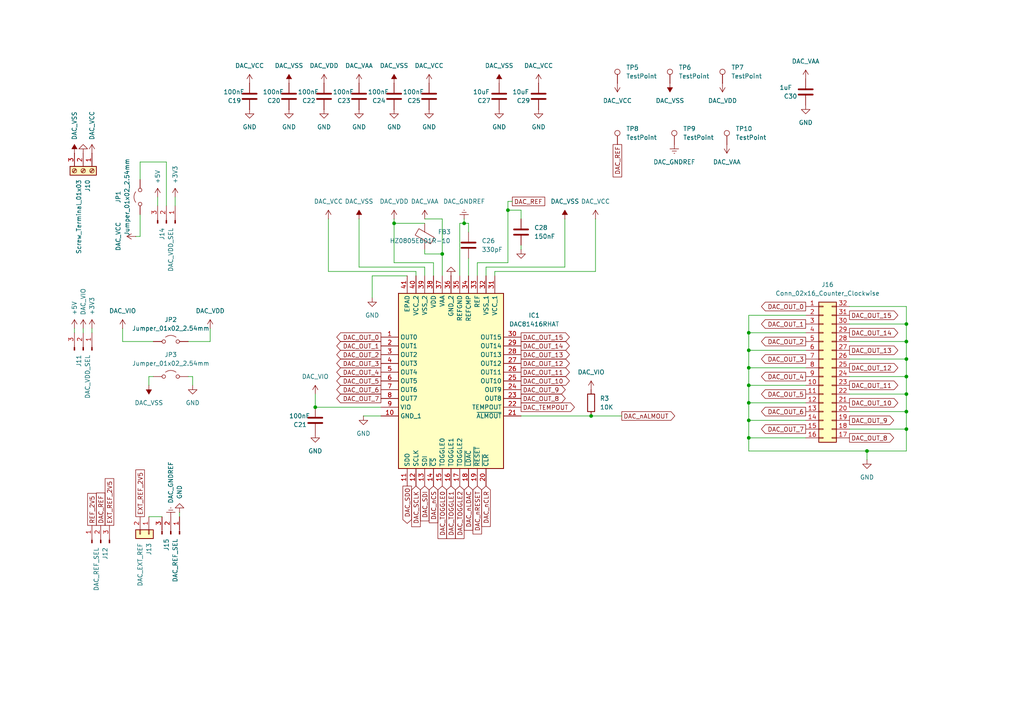
<source format=kicad_sch>
(kicad_sch (version 20231120) (generator "eeschema") (generator_version "8.0")
  (paper "A4")
  (junction (at 251.46 130.81))
  (junction (at 262.89 99.06))
  (junction (at 114.3 64.77))
  (junction (at 217.17 101.6))
  (junction (at 262.89 104.14))
  (junction (at 262.89 124.46))
  (junction (at 128.27 73.66))
  (junction (at 217.17 106.68))
  (junction (at 217.17 116.84))
  (junction (at 171.45 120.65))
  (junction (at 134.62 64.77))
  (junction (at 147.32 60.96))
  (junction (at 217.17 127))
  (junction (at 217.17 121.92))
  (junction (at 262.89 114.3))
  (junction (at 91.44 118.11))
  (junction (at 217.17 111.76))
  (junction (at 217.17 96.52))
  (junction (at 262.89 93.98))
  (junction (at 262.89 119.38))
  (junction (at 262.89 109.22))
  (wire (pts (xy 43.18 109.22) (xy 43.18 111.76)))
  (wire (pts (xy 133.35 64.77) (xy 134.62 64.77)))
  (wire (pts (xy 95.25 78.74) (xy 120.65 78.74)))
  (wire (pts (xy 46.99 149.86) (xy 43.18 149.86)))
  (wire (pts (xy 246.38 104.14) (xy 262.89 104.14)))
  (wire (pts (xy 217.17 106.68) (xy 233.68 106.68)))
  (wire (pts (xy 50.8 59.69) (xy 50.8 57.15)))
  (wire (pts (xy 217.17 121.92) (xy 233.68 121.92)))
  (wire (pts (xy 54.61 109.22) (xy 55.88 109.22)))
  (wire (pts (xy 114.3 64.77) (xy 114.3 76.2)))
  (wire (pts (xy 114.3 63.5) (xy 114.3 64.77)))
  (wire (pts (xy 114.3 64.77) (xy 123.19 64.77)))
  (wire (pts (xy 48.26 59.69) (xy 48.26 46.99)))
  (wire (pts (xy 148.59 58.42) (xy 147.32 58.42)))
  (wire (pts (xy 104.14 63.5) (xy 104.14 77.47)))
  (wire (pts (xy 217.17 111.76) (xy 217.17 116.84)))
  (wire (pts (xy 217.17 111.76) (xy 233.68 111.76)))
  (wire (pts (xy 251.46 130.81) (xy 262.89 130.81)))
  (wire (pts (xy 104.14 77.47) (xy 123.19 77.47)))
  (wire (pts (xy 147.32 58.42) (xy 147.32 60.96)))
  (wire (pts (xy 246.38 93.98) (xy 262.89 93.98)))
  (wire (pts (xy 172.72 78.74) (xy 172.72 63.5)))
  (wire (pts (xy 217.17 127) (xy 217.17 130.81)))
  (wire (pts (xy 24.13 96.52) (xy 24.13 95.25)))
  (wire (pts (xy 21.59 96.52) (xy 21.59 95.25)))
  (wire (pts (xy 128.27 63.5) (xy 128.27 73.66)))
  (wire (pts (xy 133.35 64.77) (xy 133.35 80.01)))
  (wire (pts (xy 143.51 78.74) (xy 172.72 78.74)))
  (wire (pts (xy 54.61 99.06) (xy 60.96 99.06)))
  (wire (pts (xy 151.13 63.5) (xy 151.13 60.96)))
  (wire (pts (xy 262.89 119.38) (xy 262.89 114.3)))
  (wire (pts (xy 262.89 93.98) (xy 262.89 88.9)))
  (wire (pts (xy 40.64 46.99) (xy 48.26 46.99)))
  (wire (pts (xy 251.46 130.81) (xy 251.46 133.35)))
  (wire (pts (xy 217.17 106.68) (xy 217.17 111.76)))
  (wire (pts (xy 43.18 109.22) (xy 44.45 109.22)))
  (wire (pts (xy 217.17 101.6) (xy 233.68 101.6)))
  (wire (pts (xy 35.56 95.25) (xy 35.56 99.06)))
  (wire (pts (xy 180.34 120.65) (xy 171.45 120.65)))
  (wire (pts (xy 262.89 88.9) (xy 246.38 88.9)))
  (wire (pts (xy 217.17 96.52) (xy 217.17 101.6)))
  (wire (pts (xy 138.43 80.01) (xy 138.43 76.2)))
  (wire (pts (xy 26.67 95.25) (xy 26.67 96.52)))
  (wire (pts (xy 217.17 127) (xy 233.68 127)))
  (wire (pts (xy 262.89 99.06) (xy 262.89 93.98)))
  (wire (pts (xy 233.68 91.44) (xy 217.17 91.44)))
  (wire (pts (xy 246.38 114.3) (xy 262.89 114.3)))
  (wire (pts (xy 217.17 116.84) (xy 217.17 121.92)))
  (wire (pts (xy 262.89 114.3) (xy 262.89 109.22)))
  (wire (pts (xy 217.17 121.92) (xy 217.17 127)))
  (wire (pts (xy 217.17 96.52) (xy 233.68 96.52)))
  (wire (pts (xy 217.17 101.6) (xy 217.17 106.68)))
  (wire (pts (xy 143.51 80.01) (xy 143.51 78.74)))
  (wire (pts (xy 246.38 99.06) (xy 262.89 99.06)))
  (wire (pts (xy 217.17 130.81) (xy 251.46 130.81)))
  (wire (pts (xy 262.89 109.22) (xy 262.89 104.14)))
  (wire (pts (xy 35.56 99.06) (xy 44.45 99.06)))
  (wire (pts (xy 40.64 46.99) (xy 40.64 52.07)))
  (wire (pts (xy 45.72 59.69) (xy 45.72 57.15)))
  (wire (pts (xy 246.38 119.38) (xy 262.89 119.38)))
  (wire (pts (xy 262.89 104.14) (xy 262.89 99.06)))
  (wire (pts (xy 140.97 77.47) (xy 140.97 80.01)))
  (wire (pts (xy 123.19 63.5) (xy 128.27 63.5)))
  (wire (pts (xy 91.44 118.11) (xy 91.44 114.3)))
  (wire (pts (xy 123.19 73.66) (xy 128.27 73.66)))
  (wire (pts (xy 163.83 63.5) (xy 163.83 77.47)))
  (wire (pts (xy 217.17 116.84) (xy 233.68 116.84)))
  (wire (pts (xy 246.38 109.22) (xy 262.89 109.22)))
  (wire (pts (xy 151.13 71.12) (xy 151.13 72.39)))
  (wire (pts (xy 135.89 74.93) (xy 135.89 80.01)))
  (wire (pts (xy 120.65 78.74) (xy 120.65 80.01)))
  (wire (pts (xy 52.07 148.59) (xy 52.07 149.86)))
  (wire (pts (xy 262.89 124.46) (xy 262.89 119.38)))
  (wire (pts (xy 147.32 60.96) (xy 151.13 60.96)))
  (wire (pts (xy 125.73 76.2) (xy 125.73 80.01)))
  (wire (pts (xy 91.44 118.11) (xy 110.49 118.11)))
  (wire (pts (xy 134.62 64.77) (xy 135.89 64.77)))
  (wire (pts (xy 217.17 91.44) (xy 217.17 96.52)))
  (wire (pts (xy 118.11 80.01) (xy 107.95 80.01)))
  (wire (pts (xy 114.3 76.2) (xy 125.73 76.2)))
  (wire (pts (xy 128.27 73.66) (xy 128.27 80.01)))
  (wire (pts (xy 147.32 60.96) (xy 147.32 76.2)))
  (wire (pts (xy 105.41 120.65) (xy 110.49 120.65)))
  (wire (pts (xy 140.97 77.47) (xy 163.83 77.47)))
  (wire (pts (xy 138.43 76.2) (xy 147.32 76.2)))
  (wire (pts (xy 39.37 68.58) (xy 40.64 68.58)))
  (wire (pts (xy 262.89 130.81) (xy 262.89 124.46)))
  (wire (pts (xy 134.62 63.5) (xy 134.62 64.77)))
  (wire (pts (xy 107.95 80.01) (xy 107.95 86.36)))
  (wire (pts (xy 135.89 64.77) (xy 135.89 67.31)))
  (wire (pts (xy 246.38 124.46) (xy 262.89 124.46)))
  (wire (pts (xy 95.25 63.5) (xy 95.25 78.74)))
  (wire (pts (xy 55.88 109.22) (xy 55.88 111.76)))
  (wire (pts (xy 123.19 72.39) (xy 123.19 73.66)))
  (wire (pts (xy 60.96 99.06) (xy 60.96 95.25)))
  (wire (pts (xy 123.19 77.47) (xy 123.19 80.01)))
  (wire (pts (xy 40.64 68.58) (xy 40.64 62.23)))
  (wire (pts (xy 171.45 120.65) (xy 151.13 120.65)))
  (global_label "DAC_OUT_0" (shape output) (at 233.68 88.9 180) (property "Intersheetrefs" "${INTERSHEET_REFS}" (effects (hide yes))))
  (global_label "DAC_OUT_2" (shape output) (at 110.49 102.87 180) (property "Intersheetrefs" "${INTERSHEET_REFS}" (effects (hide yes))))
  (global_label "DAC_OUT_10" (shape output) (at 246.38 116.84 0) (property "Intersheetrefs" "${INTERSHEET_REFS}" (effects (hide yes))))
  (global_label "DAC_OUT_9" (shape output) (at 246.38 121.92 0) (property "Intersheetrefs" "${INTERSHEET_REFS}" (effects (hide yes))))
  (global_label "DAC_OUT_5" (shape output) (at 110.49 110.49 180) (property "Intersheetrefs" "${INTERSHEET_REFS}" (effects (hide yes))))
  (global_label "EXT_REF_2V5" (shape passive) (at 40.64 149.86 90) (property "Intersheetrefs" "${INTERSHEET_REFS}" (effects (hide yes))))
  (global_label "DAC_OUT_6" (shape output) (at 233.68 119.38 180) (property "Intersheetrefs" "${INTERSHEET_REFS}" (effects (hide yes))))
  (global_label "DAC_OUT_11" (shape output) (at 246.38 111.76 0) (property "Intersheetrefs" "${INTERSHEET_REFS}" (effects (hide yes))))
  (global_label "DAC_SCLK" (shape input) (at 120.65 140.97 270) (property "Intersheetrefs" "${INTERSHEET_REFS}" (effects (hide yes))))
  (global_label "DAC_OUT_14" (shape output) (at 246.38 96.52 0) (property "Intersheetrefs" "${INTERSHEET_REFS}" (effects (hide yes))))
  (global_label "EXT_REF_2V5" (shape passive) (at 31.75 152.4 90) (property "Intersheetrefs" "${INTERSHEET_REFS}" (effects (hide yes))))
  (global_label "DAC_TOGGLE1" (shape input) (at 130.81 140.97 270) (property "Intersheetrefs" "${INTERSHEET_REFS}" (effects (hide yes))))
  (global_label "DAC_nCS" (shape input) (at 125.73 140.97 270) (property "Intersheetrefs" "${INTERSHEET_REFS}" (effects (hide yes))))
  (global_label "DAC_OUT_0" (shape output) (at 110.49 97.79 180) (property "Intersheetrefs" "${INTERSHEET_REFS}" (effects (hide yes))))
  (global_label "DAC_TOGGLE0" (shape input) (at 128.27 140.97 270) (property "Intersheetrefs" "${INTERSHEET_REFS}" (effects (hide yes))))
  (global_label "DAC_SDI" (shape input) (at 123.19 140.97 270) (property "Intersheetrefs" "${INTERSHEET_REFS}" (effects (hide yes))))
  (global_label "DAC_nLDAC" (shape input) (at 135.89 140.97 270) (property "Intersheetrefs" "${INTERSHEET_REFS}" (effects (hide yes))))
  (global_label "DAC_REF" (shape passive) (at 179.07 41.91 270) (property "Intersheetrefs" "${INTERSHEET_REFS}" (effects (hide yes))))
  (global_label "DAC_OUT_7" (shape output) (at 233.68 124.46 180) (property "Intersheetrefs" "${INTERSHEET_REFS}" (effects (hide yes))))
  (global_label "DAC_OUT_6" (shape output) (at 110.49 113.03 180) (property "Intersheetrefs" "${INTERSHEET_REFS}" (effects (hide yes))))
  (global_label "DAC_SDO" (shape output) (at 118.11 140.97 270) (property "Intersheetrefs" "${INTERSHEET_REFS}" (effects (hide yes))))
  (global_label "DAC_TEMPOUT" (shape output) (at 151.13 118.11 0) (property "Intersheetrefs" "${INTERSHEET_REFS}" (effects (hide yes))))
  (global_label "DAC_OUT_15" (shape output) (at 151.13 97.79 0) (property "Intersheetrefs" "${INTERSHEET_REFS}" (effects (hide yes))))
  (global_label "DAC_nALMOUT" (shape output) (at 180.34 120.65 0) (property "Intersheetrefs" "${INTERSHEET_REFS}" (effects (hide yes))))
  (global_label "REF_2V5" (shape passive) (at 26.67 152.4 90) (property "Intersheetrefs" "${INTERSHEET_REFS}" (effects (hide yes))))
  (global_label "DAC_OUT_3" (shape output) (at 110.49 105.41 180) (property "Intersheetrefs" "${INTERSHEET_REFS}" (effects (hide yes))))
  (global_label "DAC_REF" (shape passive) (at 148.59 58.42 0) (property "Intersheetrefs" "${INTERSHEET_REFS}" (effects (hide yes))))
  (global_label "DAC_OUT_5" (shape output) (at 233.68 114.3 180) (property "Intersheetrefs" "${INTERSHEET_REFS}" (effects (hide yes))))
  (global_label "DAC_OUT_10" (shape output) (at 151.13 110.49 0) (property "Intersheetrefs" "${INTERSHEET_REFS}" (effects (hide yes))))
  (global_label "DAC_OUT_14" (shape output) (at 151.13 100.33 0) (property "Intersheetrefs" "${INTERSHEET_REFS}" (effects (hide yes))))
  (global_label "DAC_REF" (shape passive) (at 29.21 152.4 90) (property "Intersheetrefs" "${INTERSHEET_REFS}" (effects (hide yes))))
  (global_label "DAC_OUT_7" (shape output) (at 110.49 115.57 180) (property "Intersheetrefs" "${INTERSHEET_REFS}" (effects (hide yes))))
  (global_label "DAC_OUT_1" (shape output) (at 233.68 93.98 180) (property "Intersheetrefs" "${INTERSHEET_REFS}" (effects (hide yes))))
  (global_label "DAC_TOGGLE2" (shape input) (at 133.35 140.97 270) (property "Intersheetrefs" "${INTERSHEET_REFS}" (effects (hide yes))))
  (global_label "DAC_OUT_12" (shape output) (at 151.13 105.41 0) (property "Intersheetrefs" "${INTERSHEET_REFS}" (effects (hide yes))))
  (global_label "DAC_nRESET" (shape input) (at 138.43 140.97 270) (property "Intersheetrefs" "${INTERSHEET_REFS}" (effects (hide yes))))
  (global_label "DAC_OUT_2" (shape output) (at 233.68 99.06 180) (property "Intersheetrefs" "${INTERSHEET_REFS}" (effects (hide yes))))
  (global_label "DAC_OUT_1" (shape output) (at 110.49 100.33 180) (property "Intersheetrefs" "${INTERSHEET_REFS}" (effects (hide yes))))
  (global_label "DAC_OUT_13" (shape output) (at 151.13 102.87 0) (property "Intersheetrefs" "${INTERSHEET_REFS}" (effects (hide yes))))
  (global_label "DAC_OUT_9" (shape output) (at 151.13 113.03 0) (property "Intersheetrefs" "${INTERSHEET_REFS}" (effects (hide yes))))
  (global_label "DAC_OUT_4" (shape output) (at 110.49 107.95 180) (property "Intersheetrefs" "${INTERSHEET_REFS}" (effects (hide yes))))
  (global_label "DAC_OUT_12" (shape output) (at 246.38 106.68 0) (property "Intersheetrefs" "${INTERSHEET_REFS}" (effects (hide yes))))
  (global_label "DAC_OUT_15" (shape output) (at 246.38 91.44 0) (property "Intersheetrefs" "${INTERSHEET_REFS}" (effects (hide yes))))
  (global_label "DAC_OUT_4" (shape output) (at 233.68 109.22 180) (property "Intersheetrefs" "${INTERSHEET_REFS}" (effects (hide yes))))
  (global_label "DAC_OUT_13" (shape output) (at 246.38 101.6 0) (property "Intersheetrefs" "${INTERSHEET_REFS}" (effects (hide yes))))
  (global_label "DAC_OUT_8" (shape output) (at 246.38 127 0) (property "Intersheetrefs" "${INTERSHEET_REFS}" (effects (hide yes))))
  (global_label "DAC_OUT_3" (shape output) (at 233.68 104.14 180) (property "Intersheetrefs" "${INTERSHEET_REFS}" (effects (hide yes))))
  (global_label "DAC_OUT_8" (shape output) (at 151.13 115.57 0) (property "Intersheetrefs" "${INTERSHEET_REFS}" (effects (hide yes))))
  (global_label "DAC_OUT_11" (shape output) (at 151.13 107.95 0) (property "Intersheetrefs" "${INTERSHEET_REFS}" (effects (hide yes))))
  (global_label "DAC_nCLR" (shape input) (at 140.97 140.97 270) (property "Intersheetrefs" "${INTERSHEET_REFS}" (effects (hide yes))))
  (symbol (lib_id "power:VDD") (at 114.3 63.5 0) (unit 1)
    (property "Reference" "#PWR063" (effects (hide yes)))
    (property "Value" "DAC_VDD" (at 114.3 58.42 0))
    (property "Description" "Power symbol creates a global label with name \"VDD\"" (effects (hide yes)))
  )
  (symbol (lib_id "Device:C") (at 93.98 27.94 0) (mirror x) (unit 1)
    (property "Reference" "C22" (at 87.63 29.21 0) (effects (justify left)))
    (property "Value" "100nF" (at 86.36 26.67 0) (effects (justify left)))
    (property "Footprint" "Capacitor_SMD:C_0805_2012Metric" (effects (hide yes)))
    (property "Datasheet" "https://datasheets.kyocera-avx.com/FlexitermMLCC.pdf" (effects (hide yes)))
    (property "Description" "50V 100nF X7R ±10% 0805 Multilayer Ceramic Capacitors MLCC - SMD/SMT ROHS" (effects (hide yes)))
    (property "MANUFACTURER" "Samsung" (effects (hide yes)))
    (property "Manufacturer_Name" "KYOCERA AVX" (effects (hide yes)))
    (property "Manufacturer_Part_Number" "CL21B104KBCNNNC" (effects (hide yes)))
    (property "LCSC" "C1711" (effects (hide yes)))
    (property "Digi-Key Part Number" "478-KAF21KR72A104MUCT-ND" (effects (hide yes)))
    (property "Farnell" "3500373" (effects (hide yes)))
    (property "Mouser Part Number" "08051C104M4Z2A" (effects (hide yes)))
  )
  (symbol (lib_id "Connector:Screw_Terminal_01x03") (at 24.13 49.53 270) (unit 1)
    (property "Reference" "J10" (at 25.4001 52.07 0) (effects (justify left)))
    (property "Value" "Screw_Terminal_01x03" (at 22.8601 52.07 0) (effects (justify left)))
    (property "Footprint" "TerminalBlock_MetzConnect:TerminalBlock_MetzConnect_Type059_RT06303HBWC_1x03_P3.50mm_Horizontal" (effects (hide yes)))
    (property "Datasheet" "https://media.metz-connect.com/index.php?itno=310591&type=datasheet&language=en" (effects (hide yes)))
    (property "Description" "Generic screw terminal, single row, 01x03, script generated (kicad-library-utils/schlib/autogen/connector/)" (effects (hide yes)))
    (property "Farnell" "31059103" (effects (hide yes)))
    (property "Manufacturer_Name" "METZ CONNECT" (effects (hide yes)))
    (property "Mouser Part Number" "METZ CONNECT" (effects (hide yes)))
  )
  (symbol (lib_id "power:VCC") (at 26.67 44.45 0) (unit 1)
    (property "Reference" "#PWR036" (effects (hide yes)))
    (property "Value" "DAC_VCC" (at 26.6701 40.64 90) (effects (justify left)))
    (property "Description" "Power symbol creates a global label with name \"VCC\"" (effects (hide yes)))
  )
  (symbol (lib_id "Connector:TestPoint") (at 195.58 41.91 0) (unit 1)
    (property "Reference" "TP9" (at 198.12 37.3379 0) (effects (justify left)))
    (property "Value" "TestPoint" (at 198.12 39.8779 0) (effects (justify left)))
    (property "Footprint" "TestPoint:TestPoint_Pad_1.0x1.0mm" (effects (hide yes)))
    (property "Description" "test point" (effects (hide yes)))
  )
  (symbol (lib_id "Device:C") (at 151.13 67.31 0) (unit 1)
    (property "Reference" "C28" (at 154.94 66.0399 0) (effects (justify left)))
    (property "Value" "150nF" (at 154.94 68.5799 0) (effects (justify left)))
    (property "Footprint" "Capacitor_SMD:C_0805_2012Metric" (effects (hide yes)))
    (property "Datasheet" "https://content.kemet.com/datasheets/KEM_C1023_X7R_AUTO_SMD.pdf" (effects (hide yes)))
    (property "Description" "Unpolarized capacitor" (effects (hide yes)))
    (property "Digi-Key Part Number" "399-15888-1-ND" (effects (hide yes)))
    (property "Farnell" "2070452" (effects (hide yes)))
    (property "Manufacturer_Name" "KEMET" (effects (hide yes)))
    (property "Mouser Part Number" "C0805C154K5RACAUTO" (effects (hide yes)))
  )
  (symbol (lib_id "power:GND") (at 91.44 125.73 0) (unit 1)
    (property "Reference" "#PWR052" (effects (hide yes)))
    (property "Value" "GND" (at 91.44 130.81 0))
    (property "Description" "Power symbol creates a global label with name \"GND\" , ground" (effects (hide yes)))
  )
  (symbol (lib_id "power:+5V") (at 21.59 95.25 0) (unit 1)
    (property "Reference" "#PWR033" (effects (hide yes)))
    (property "Value" "+5V" (at 21.5899 91.44 90) (effects (justify left)))
  )
  (symbol (lib_id "power:GND") (at 24.13 44.45 180) (unit 1)
    (property "Reference" "#PWR034" (effects (hide yes)))
    (property "Value" "GND" (effects (hide yes)))
    (property "Description" "Power symbol creates a global label with name \"GND\" , ground" (effects (hide yes)))
  )
  (symbol (lib_id "power:VCC") (at 72.39 24.13 0) (unit 1)
    (property "Reference" "#PWR047" (effects (hide yes)))
    (property "Value" "DAC_VCC" (at 72.39 19.05 0))
    (property "Description" "Power symbol creates a global label with name \"VCC\"" (effects (hide yes)))
  )
  (symbol (lib_id "power:VDD") (at 35.56 95.25 0) (unit 1)
    (property "Reference" "#PWR038" (effects (hide yes)))
    (property "Value" "DAC_VIO" (at 35.56 90.17 0))
    (property "Description" "Power symbol creates a global label with name \"VDD\"" (effects (hide yes)))
  )
  (symbol (lib_id "power:GND") (at 124.46 31.75 0) (unit 1)
    (property "Reference" "#PWR065" (effects (hide yes)))
    (property "Value" "GND" (at 124.46 36.83 0))
    (property "Description" "Power symbol creates a global label with name \"GND\" , ground" (effects (hide yes)))
  )
  (symbol (lib_id "power:GND") (at 114.3 31.75 0) (unit 1)
    (property "Reference" "#PWR062" (effects (hide yes)))
    (property "Value" "GND" (at 114.3 36.83 0))
    (property "Description" "Power symbol creates a global label with name \"GND\" , ground" (effects (hide yes)))
  )
  (symbol (lib_id "power:VSS") (at 21.59 44.45 0) (unit 1)
    (property "Reference" "#PWR032" (effects (hide yes)))
    (property "Value" "DAC_VSS" (at 21.5901 40.64 90) (effects (justify left)))
    (property "Description" "Power symbol creates a global label with name \"VSS\"" (effects (hide yes)))
  )
  (symbol (lib_id "Device:FerriteBead") (at 123.19 68.58 0) (unit 1)
    (property "Reference" "FB3" (at 127 67.2591 0) (effects (justify left)))
    (property "Value" "HZ0805E601R-10" (at 113.03 69.85 0) (effects (justify left)))
    (property "Footprint" "Inductor_SMD:L_0805_2012Metric" (effects (hide yes)))
    (property "Datasheet" "https://www.farnell.com/datasheets/1685710.pdf" (effects (hide yes)))
    (property "Description" "600 Ohms @ 100 MHz 1 Power, Signal Line Ferrite Bead 0805 (2012 Metric) 500mA 300mOhm" (effects (hide yes)))
    (property "MANUFACTURER" "Laird-Signal Integrity Products" (effects (hide yes)))
    (property "Manufacturer_Name" "LAIRD" (effects (hide yes)))
    (property "Manufacturer_Part_Number" "HZ0805E601R-10" (effects (hide yes)))
    (property "Digi-Key Part Number" "240-2399-1-ND" (effects (hide yes)))
    (property "Farnell" "2292412" (effects (hide yes)))
    (property "Mouser Part Number" "HZ0805E601R-10" (effects (hide yes)))
  )
  (symbol (lib_id "Device:C") (at 83.82 27.94 0) (mirror x) (unit 1)
    (property "Reference" "C20" (at 77.47 29.21 0) (effects (justify left)))
    (property "Value" "100nF" (at 76.2 26.67 0) (effects (justify left)))
    (property "Footprint" "Capacitor_SMD:C_0805_2012Metric" (effects (hide yes)))
    (property "Datasheet" "https://datasheets.kyocera-avx.com/FlexitermMLCC.pdf" (effects (hide yes)))
    (property "Description" "50V 100nF X7R ±10% 0805 Multilayer Ceramic Capacitors MLCC - SMD/SMT ROHS" (effects (hide yes)))
    (property "MANUFACTURER" "Samsung" (effects (hide yes)))
    (property "Manufacturer_Name" "KYOCERA AVX" (effects (hide yes)))
    (property "Manufacturer_Part_Number" "CL21B104KBCNNNC" (effects (hide yes)))
    (property "LCSC" "C1711" (effects (hide yes)))
    (property "Digi-Key Part Number" "478-KAF21KR72A104MUCT-ND" (effects (hide yes)))
    (property "Farnell" "3500373" (effects (hide yes)))
    (property "Mouser Part Number" "08051C104M4Z2A" (effects (hide yes)))
  )
  (symbol (lib_id "power:GND") (at 251.46 133.35 0) (unit 1)
    (property "Reference" "#PWR078" (effects (hide yes)))
    (property "Value" "GND" (at 251.46 138.43 0))
    (property "Description" "Power symbol creates a global label with name \"GND\" , ground" (effects (hide yes)))
  )
  (symbol (lib_id "Jumper:Jumper_2_Open") (at 49.53 109.22 0) (unit 1) (exclude_from_sim yes)
    (property "Reference" "JP3" (at 49.53 102.87 0))
    (property "Value" "Jumper_01x02_2.54mm" (at 49.53 105.41 0))
    (property "Footprint" "TestPoint:TestPoint_2Pads_Pitch2.54mm_Drill0.8mm" (effects (hide yes)))
    (property "Datasheet" "https://www.te.com/usa-en/product-3-644456-2.datasheet.pdf" (effects (hide yes)))
    (property "Description" "Jumper, 2-pole, open" (effects (hide yes)))
    (property "Farnell" "2751368" (effects (hide yes)))
    (property "Manufacturer_Name" "AMP - TE CONNECTIVITY" (effects (hide yes)))
    (property "Mouser Part Number" "3-644456-2" (effects (hide yes)))
  )
  (symbol (lib_id "power:GND") (at 151.13 72.39 0) (unit 1)
    (property "Reference" "#PWR070" (effects (hide yes)))
    (property "Value" "GND" (effects (hide yes)))
    (property "Description" "Power symbol creates a global label with name \"GND\" , ground" (effects (hide yes)))
  )
  (symbol (lib_id "power:VSS") (at 163.83 63.5 0) (unit 1)
    (property "Reference" "#PWR073" (effects (hide yes)))
    (property "Value" "DAC_VSS" (at 163.83 58.42 0))
    (property "Description" "Power symbol creates a global label with name \"VSS\"" (effects (hide yes)))
  )
  (symbol (lib_id "Device:C") (at 156.21 27.94 0) (mirror x) (unit 1)
    (property "Reference" "C29" (at 149.86 29.21 0) (effects (justify left)))
    (property "Value" "10uF" (at 148.59 26.67 0) (effects (justify left)))
    (property "Footprint" "Capacitor_SMD:C_0805_2012Metric" (effects (hide yes)))
    (property "Datasheet" "https://www.farnell.com/datasheets/3768562.pdf" (effects (hide yes)))
    (property "Description" "10 µF ±10% 16V Ceramic Capacitor X5R 0805 (2012 Metric)" (effects (hide yes)))
    (property "MANUFACTURER" "Samsung" (effects (hide yes)))
    (property "Manufacturer_Name" "KYOCERA AVX" (effects (hide yes)))
    (property "Manufacturer_Part_Number" "CL21A106KOQNNNG" (effects (hide yes)))
    (property "LCSC" "C307520" (effects (hide yes)))
    (property "Digi-Key Part Number" "478-KGM21AR51A106MUCT-ND" (effects (hide yes)))
    (property "Farnell" "2332831" (effects (hide yes)))
    (property "Mouser Part Number" "0805ZD106MAT2A" (effects (hide yes)))
  )
  (symbol (lib_id "power:GNDREF") (at 134.62 63.5 180) (unit 1)
    (property "Reference" "#PWR067" (effects (hide yes)))
    (property "Value" "DAC_GNDREF" (at 134.62 58.42 0))
    (property "Description" "Power symbol creates a global label with name \"GNDREF\" , reference supply ground" (effects (hide yes)))
  )
  (symbol (lib_id "Connector:TestPoint") (at 194.31 24.13 0) (unit 1)
    (property "Reference" "TP6" (at 196.85 19.5579 0) (effects (justify left)))
    (property "Value" "TestPoint" (at 196.85 22.0979 0) (effects (justify left)))
    (property "Footprint" "TestPoint:TestPoint_Pad_1.0x1.0mm" (effects (hide yes)))
    (property "Description" "test point" (effects (hide yes)))
  )
  (symbol (lib_id "power:VAA") (at 104.14 24.13 0) (unit 1)
    (property "Reference" "#PWR056" (effects (hide yes)))
    (property "Value" "DAC_VAA" (at 104.14 19.05 0))
    (property "Description" "Power symbol creates a global label with name \"VAA\"" (effects (hide yes)))
  )
  (symbol (lib_id "Jumper:Jumper_2_Open") (at 49.53 99.06 0) (unit 1) (exclude_from_sim yes)
    (property "Reference" "JP2" (at 49.53 92.71 0))
    (property "Value" "Jumper_01x02_2.54mm" (at 49.53 95.25 0))
    (property "Footprint" "TestPoint:TestPoint_2Pads_Pitch2.54mm_Drill0.8mm" (effects (hide yes)))
    (property "Datasheet" "https://www.te.com/usa-en/product-3-644456-2.datasheet.pdf" (effects (hide yes)))
    (property "Description" "Jumper, 2-pole, open" (effects (hide yes)))
    (property "Farnell" "2751368" (effects (hide yes)))
    (property "Manufacturer_Name" "AMP - TE CONNECTIVITY" (effects (hide yes)))
    (property "Mouser Part Number" "3-644456-2" (effects (hide yes)))
  )
  (symbol (lib_id "power:GND") (at 130.81 80.01 180) (unit 1)
    (property "Reference" "#PWR066" (effects (hide yes)))
    (property "Value" "GND" (effects (hide yes)))
    (property "Description" "Power symbol creates a global label with name \"GND\" , ground" (effects (hide yes)))
  )
  (symbol (lib_id "Device:C") (at 233.68 26.67 0) (mirror x) (unit 1)
    (property "Reference" "C30" (at 227.33 27.94 0) (effects (justify left)))
    (property "Value" "1uF" (at 226.06 25.4 0) (effects (justify left)))
    (property "Footprint" "Capacitor_SMD:C_0805_2012Metric" (effects (hide yes)))
    (property "Datasheet" "https://search.kemet.com/component-documentation/download/specsheet/C0805C105K4PACTU" (effects (hide yes)))
    (property "Description" "1 µF ±10% 50V Ceramic Capacitor X5R 0805 (2012 Metric)" (effects (hide yes)))
    (property "MANUFACTURER" "Samsung" (effects (hide yes)))
    (property "Manufacturer_Name" "KEMET" (effects (hide yes)))
    (property "Manufacturer_Part_Number" "CL21A105KBCLNNC" (effects (hide yes)))
    (property "LCSC" "C318694" (effects (hide yes)))
    (property "Digi-Key Part Number" "399-C0805C105K4PAC7800CT-ND" (effects (hide yes)))
    (property "Farnell" "2522445" (effects (hide yes)))
    (property "Mouser Part Number" "C0805C105K4PACTU" (effects (hide yes)))
  )
  (symbol (lib_id "power:GND") (at 52.07 148.59 180) (unit 1)
    (property "Reference" "#PWR044" (effects (hide yes)))
    (property "Value" "GND" (at 52.0701 144.78 90) (effects (justify right)))
    (property "Description" "Power symbol creates a global label with name \"GND\" , ground" (effects (hide yes)))
  )
  (symbol (lib_id "power:GND") (at 83.82 31.75 0) (unit 1)
    (property "Reference" "#PWR050" (effects (hide yes)))
    (property "Value" "GND" (at 83.82 36.83 0))
    (property "Description" "Power symbol creates a global label with name \"GND\" , ground" (effects (hide yes)))
  )
  (symbol (lib_id "Connector:TestPoint") (at 210.82 41.91 0) (unit 1)
    (property "Reference" "TP10" (at 213.36 37.3379 0) (effects (justify left)))
    (property "Value" "TestPoint" (at 213.36 39.8779 0) (effects (justify left)))
    (property "Footprint" "TestPoint:TestPoint_Pad_1.0x1.0mm" (effects (hide yes)))
    (property "Description" "test point" (effects (hide yes)))
  )
  (symbol (lib_id "power:+5V") (at 45.72 57.15 0) (unit 1)
    (property "Reference" "#PWR041" (effects (hide yes)))
    (property "Value" "+5V" (at 45.7199 53.34 90) (effects (justify left)))
  )
  (symbol (lib_id "Connector:Conn_01x03_Male") (at 49.53 154.94 270) (mirror x) (unit 1)
    (property "Reference" "J15" (at 48.2599 156.21 0) (effects (justify right)))
    (property "Value" "DAC_REF_SEL" (at 50.7999 156.21 0) (effects (justify right)))
    (property "Footprint" "Connector_PinHeader_2.54mm:PinHeader_1x03_P2.54mm_Vertical" (effects (hide yes)))
    (property "Datasheet" "https://www.te.com/usa-en/product-3-644456-3.datasheet.pdf" (effects (hide yes)))
    (property "Description" "Connector Header Through Hole 4 position 0.100\" (2.54mm)" (effects (hide yes)))
    (property "MANUFACTURER" "Samtec" (effects (hide yes)))
    (property "Manufacturer_Name" "AMP - TE CONNECTIVITY" (effects (hide yes)))
    (property "Manufacturer_Part_Number" "TSW-103-14-TM-S" (effects (hide yes)))
    (property "Farnell" "3398484" (effects (hide yes)))
    (property "Mouser Part Number" "3-644456-3" (effects (hide yes)))
  )
  (symbol (lib_id "Device:C") (at 104.14 27.94 0) (mirror x) (unit 1)
    (property "Reference" "C23" (at 97.79 29.21 0) (effects (justify left)))
    (property "Value" "100nF" (at 96.52 26.67 0) (effects (justify left)))
    (property "Footprint" "Capacitor_SMD:C_0805_2012Metric" (effects (hide yes)))
    (property "Datasheet" "https://datasheets.kyocera-avx.com/FlexitermMLCC.pdf" (effects (hide yes)))
    (property "Description" "50V 100nF X7R ±10% 0805 Multilayer Ceramic Capacitors MLCC - SMD/SMT ROHS" (effects (hide yes)))
    (property "MANUFACTURER" "Samsung" (effects (hide yes)))
    (property "Manufacturer_Name" "KYOCERA AVX" (effects (hide yes)))
    (property "Manufacturer_Part_Number" "CL21B104KBCNNNC" (effects (hide yes)))
    (property "LCSC" "C1711" (effects (hide yes)))
    (property "Digi-Key Part Number" "478-KAF21KR72A104MUCT-ND" (effects (hide yes)))
    (property "Farnell" "3500373" (effects (hide yes)))
    (property "Mouser Part Number" "08051C104M4Z2A" (effects (hide yes)))
  )
  (symbol (lib_id "power:GND") (at 107.95 86.36 0) (unit 1)
    (property "Reference" "#PWR060" (effects (hide yes)))
    (property "Value" "GND" (at 107.95 91.44 0))
    (property "Description" "Power symbol creates a global label with name \"GND\" , ground" (effects (hide yes)))
  )
  (symbol (lib_id "Connector:Conn_01x03_Male") (at 48.26 64.77 270) (mirror x) (unit 1)
    (property "Reference" "J14" (at 46.9899 66.04 0) (effects (justify right)))
    (property "Value" "DAC_VDD_SEL" (at 49.5299 66.04 0) (effects (justify right)))
    (property "Footprint" "Connector_PinHeader_2.54mm:PinHeader_1x03_P2.54mm_Vertical" (effects (hide yes)))
    (property "Datasheet" "https://www.te.com/usa-en/product-3-644456-3.datasheet.pdf" (effects (hide yes)))
    (property "Description" "Connector Header Through Hole 4 position 0.100\" (2.54mm)" (effects (hide yes)))
    (property "MANUFACTURER" "Samtec" (effects (hide yes)))
    (property "Manufacturer_Name" "AMP - TE CONNECTIVITY" (effects (hide yes)))
    (property "Manufacturer_Part_Number" "TSW-103-14-TM-S" (effects (hide yes)))
    (property "Farnell" "3398484" (effects (hide yes)))
    (property "Mouser Part Number" "3-644456-3" (effects (hide yes)))
  )
  (symbol (lib_id "Device:C") (at 124.46 27.94 0) (mirror x) (unit 1)
    (property "Reference" "C25" (at 118.11 29.21 0) (effects (justify left)))
    (property "Value" "100nF" (at 116.84 26.67 0) (effects (justify left)))
    (property "Footprint" "Capacitor_SMD:C_0805_2012Metric" (effects (hide yes)))
    (property "Datasheet" "https://datasheets.kyocera-avx.com/FlexitermMLCC.pdf" (effects (hide yes)))
    (property "Description" "50V 100nF X7R ±10% 0805 Multilayer Ceramic Capacitors MLCC - SMD/SMT ROHS" (effects (hide yes)))
    (property "MANUFACTURER" "Samsung" (effects (hide yes)))
    (property "Manufacturer_Name" "KYOCERA AVX" (effects (hide yes)))
    (property "Manufacturer_Part_Number" "CL21B104KBCNNNC" (effects (hide yes)))
    (property "LCSC" "C1711" (effects (hide yes)))
    (property "Digi-Key Part Number" "478-KAF21KR72A104MUCT-ND" (effects (hide yes)))
    (property "Farnell" "3500373" (effects (hide yes)))
    (property "Mouser Part Number" "08051C104M4Z2A" (effects (hide yes)))
  )
  (symbol (lib_id "DAC81416RHAT:DAC81416RHAT") (at 110.49 97.79 0) (unit 1)
    (property "Reference" "IC1" (at 154.94 91.4714 0))
    (property "Value" "DAC81416RHAT" (at 154.94 94.0114 0))
    (property "Footprint" "footprints:QFN50P600X600X100-41N-D" (effects (hide yes)))
    (property "Datasheet" "https://www.ti.com/general/docs/suppproductinfo.tsp?distId=10&gotoUrl=https%3A%2F%2Fwww.ti.com%2Flit%2Fgpn%2Fdac81416" (effects (hide yes)))
    (property "Description" "16-channel 16-bit high-voltage output DAC with integrated internal reference" (effects (hide yes)))
    (property "Height" "1" (effects (hide yes)))
    (property "Mouser Part Number" "DAC81416RHAT" (effects (hide yes)))
    (property "Mouser Price/Stock" "https://www.mouser.co.uk/ProductDetail/Texas-Instruments/DAC81416RHAT?qs=l7cgNqFNU1iNh9J4tls1AQ%3D%3D" (effects (hide yes)))
    (property "Manufacturer_Name" "TEXAS INSTRUMENTS" (effects (hide yes)))
    (property "Manufacturer_Part_Number" "DAC81416RHAT" (effects (hide yes)))
    (property "Digi-Key Part Number" "296-53025-1-ND" (effects (hide yes)))
  )
  (symbol (lib_id "power:VSS") (at 114.3 24.13 0) (unit 1)
    (property "Reference" "#PWR061" (effects (hide yes)))
    (property "Value" "DAC_VSS" (at 114.3 19.05 0))
    (property "Description" "Power symbol creates a global label with name \"VSS\"" (effects (hide yes)))
  )
  (symbol (lib_id "Device:C") (at 135.89 71.12 0) (unit 1)
    (property "Reference" "C26" (at 139.7 69.8499 0) (effects (justify left)))
    (property "Value" "330pF" (at 139.7 72.3899 0) (effects (justify left)))
    (property "Footprint" "Capacitor_SMD:C_0805_2012Metric" (effects (hide yes)))
    (property "Datasheet" "https://4donline.ihs.com/images/VipMasterIC/IC/AVXC/AVXC-S-A0013335498/AVXC-S-A0014059611-1.pdf?hkey=6D3A4C79FDBF58556ACFDE234799DDF0" (effects (hide yes)))
    (property "Description" "Unpolarized capacitor" (effects (hide yes)))
    (property "Digi-Key Part Number" "478-KGM21NR72D331KTCT-ND" (effects (hide yes)))
    (property "Farnell" "3340866" (effects (hide yes)))
    (property "Manufacturer_Name" "KYOCERA AVX" (effects (hide yes)))
    (property "Mouser Part Number" "08052C331KAT2A" (effects (hide yes)))
  )
  (symbol (lib_id "Connector_Generic:Conn_02x16_Counter_Clockwise") (at 238.76 106.68 0) (unit 1)
    (property "Reference" "J16" (at 240.03 82.55 0))
    (property "Value" "Conn_02x16_Counter_Clockwise" (at 240.03 85.09 0))
    (property "Footprint" "Connector_PinSocket_2.54mm:PinSocket_2x16_P2.54mm_Horizontal" (effects (hide yes)))
    (property "Datasheet" "https://4donline.ihs.com/images/VipMasterIC/IC/SAMI/SAMI-S-A0010456336/SAMI-S-A0010456336-1.pdf?hkey=6D3A4C79FDBF58556ACFDE234799DDF0" (effects (hide yes)))
    (property "Description" "Generic connector, double row, 02x16, counter clockwise pin numbering scheme (similar to DIP package numbering), script generated (kicad-library-utils/schlib/autogen/connector/)" (effects (hide yes)))
    (property "Farnell" "3661253" (effects (hide yes)))
    (property "Manufacturer_Name" "SAMTEC" (effects (hide yes)))
    (property "Mouser Part Number" "SSW-108-02-F-D-RA" (effects (hide yes)))
  )
  (symbol (lib_id "Connector:TestPoint") (at 179.07 24.13 0) (unit 1)
    (property "Reference" "TP5" (at 181.61 19.5579 0) (effects (justify left)))
    (property "Value" "TestPoint" (at 181.61 22.0979 0) (effects (justify left)))
    (property "Footprint" "TestPoint:TestPoint_Pad_1.0x1.0mm" (effects (hide yes)))
    (property "Description" "test point" (effects (hide yes)))
  )
  (symbol (lib_id "power:VSS") (at 104.14 63.5 0) (unit 1)
    (property "Reference" "#PWR058" (effects (hide yes)))
    (property "Value" "DAC_VSS" (at 104.14 58.42 0))
    (property "Description" "Power symbol creates a global label with name \"VSS\"" (effects (hide yes)))
  )
  (symbol (lib_id "power:VDD") (at 93.98 24.13 0) (unit 1)
    (property "Reference" "#PWR053" (effects (hide yes)))
    (property "Value" "DAC_VDD" (at 93.98 19.05 0))
    (property "Description" "Power symbol creates a global label with name \"VDD\"" (effects (hide yes)))
  )
  (symbol (lib_id "power:VDD") (at 209.55 24.13 180) (unit 1)
    (property "Reference" "#PWR084" (effects (hide yes)))
    (property "Value" "DAC_VDD" (at 209.55 29.21 0))
    (property "Description" "Power symbol creates a global label with name \"VDD\"" (effects (hide yes)))
  )
  (symbol (lib_id "power:VCC") (at 156.21 24.13 0) (unit 1)
    (property "Reference" "#PWR071" (effects (hide yes)))
    (property "Value" "DAC_VCC" (at 156.21 19.05 0))
    (property "Description" "Power symbol creates a global label with name \"VCC\"" (effects (hide yes)))
  )
  (symbol (lib_id "Device:C") (at 91.44 121.92 0) (mirror x) (unit 1)
    (property "Reference" "C21" (at 85.09 123.19 0) (effects (justify left)))
    (property "Value" "100nF" (at 83.82 120.65 0) (effects (justify left)))
    (property "Footprint" "Capacitor_SMD:C_0805_2012Metric" (effects (hide yes)))
    (property "Datasheet" "https://datasheets.kyocera-avx.com/FlexitermMLCC.pdf" (effects (hide yes)))
    (property "Description" "50V 100nF X7R ±10% 0805 Multilayer Ceramic Capacitors MLCC - SMD/SMT ROHS" (effects (hide yes)))
    (property "MANUFACTURER" "Samsung" (effects (hide yes)))
    (property "Manufacturer_Name" "KYOCERA AVX" (effects (hide yes)))
    (property "Manufacturer_Part_Number" "CL21B104KBCNNNC" (effects (hide yes)))
    (property "LCSC" "C1711" (effects (hide yes)))
    (property "Digi-Key Part Number" "478-KAF21KR72A104MUCT-ND" (effects (hide yes)))
    (property "Farnell" "3500373" (effects (hide yes)))
    (property "Mouser Part Number" "08051C104M4Z2A" (effects (hide yes)))
  )
  (symbol (lib_id "power:VAA") (at 233.68 22.86 0) (unit 1)
    (property "Reference" "#PWR076" (effects (hide yes)))
    (property "Value" "DAC_VAA" (at 233.68 17.78 0))
    (property "Description" "Power symbol creates a global label with name \"VAA\"" (effects (hide yes)))
  )
  (symbol (lib_id "power:VSS") (at 194.31 24.13 180) (unit 1)
    (property "Reference" "#PWR083" (effects (hide yes)))
    (property "Value" "DAC_VSS" (at 194.31 29.21 0))
    (property "Description" "Power symbol creates a global label with name \"VSS\"" (effects (hide yes)))
  )
  (symbol (lib_id "power:VCC") (at 95.25 63.5 0) (unit 1)
    (property "Reference" "#PWR055" (effects (hide yes)))
    (property "Value" "DAC_VCC" (at 95.25 58.42 0))
    (property "Description" "Power symbol creates a global label with name \"VCC\"" (effects (hide yes)))
  )
  (symbol (lib_id "power:VAA") (at 210.82 41.91 180) (unit 1)
    (property "Reference" "#PWR086" (effects (hide yes)))
    (property "Value" "DAC_VAA" (at 210.82 46.99 0))
    (property "Description" "Power symbol creates a global label with name \"VAA\"" (effects (hide yes)))
  )
  (symbol (lib_id "Connector:Conn_01x03_Male") (at 24.13 101.6 270) (mirror x) (unit 1)
    (property "Reference" "J11" (at 22.8599 102.87 0) (effects (justify right)))
    (property "Value" "DAC_VDD_SEL" (at 25.3999 102.87 0) (effects (justify right)))
    (property "Footprint" "Connector_PinHeader_2.54mm:PinHeader_1x03_P2.54mm_Vertical" (effects (hide yes)))
    (property "Datasheet" "https://www.te.com/usa-en/product-3-644456-3.datasheet.pdf" (effects (hide yes)))
    (property "Description" "Connector Header Through Hole 4 position 0.100\" (2.54mm)" (effects (hide yes)))
    (property "MANUFACTURER" "Samtec" (effects (hide yes)))
    (property "Manufacturer_Name" "AMP - TE CONNECTIVITY" (effects (hide yes)))
    (property "Manufacturer_Part_Number" "TSW-103-14-TM-S" (effects (hide yes)))
    (property "Farnell" "3398484" (effects (hide yes)))
    (property "Mouser Part Number" "3-644456-3" (effects (hide yes)))
  )
  (symbol (lib_id "power:+3.3V") (at 50.8 57.15 0) (unit 1)
    (property "Reference" "#PWR043" (effects (hide yes)))
    (property "Value" "+3V3" (at 50.7999 53.34 90) (effects (justify left)))
  )
  (symbol (lib_id "power:GND") (at 233.68 30.48 0) (unit 1)
    (property "Reference" "#PWR077" (effects (hide yes)))
    (property "Value" "GND" (at 233.68 35.56 0))
    (property "Description" "Power symbol creates a global label with name \"GND\" , ground" (effects (hide yes)))
  )
  (symbol (lib_id "power:GND") (at 55.88 111.76 0) (unit 1)
    (property "Reference" "#PWR045" (effects (hide yes)))
    (property "Value" "GND" (at 55.88 116.84 0))
    (property "Description" "Power symbol creates a global label with name \"GND\" , ground" (effects (hide yes)))
  )
  (symbol (lib_id "Connector_Generic:Conn_01x02") (at 43.18 154.94 270) (unit 1)
    (property "Reference" "J13" (at 43.1801 157.48 0) (effects (justify left)))
    (property "Value" "DAC_EXT_REF" (at 40.6401 157.48 0) (effects (justify left)))
    (property "Footprint" "Connector_PinHeader_2.54mm:PinHeader_1x02_P2.54mm_Horizontal" (effects (hide yes)))
    (property "Datasheet" "https://www.farnell.com/datasheets/3148563.pdf" (effects (hide yes)))
    (property "Description" "Generic connector, single row, 01x02, script generated (kicad-library-utils/schlib/autogen/connector/)" (effects (hide yes)))
    (property "Farnell" "1593426" (effects (hide yes)))
    (property "Manufacturer_Name" "MULTICOMP PRO" (effects (hide yes)))
    (property "Mouser Part Number" "MC34745" (effects (hide yes)))
  )
  (symbol (lib_id "power:VDD") (at 60.96 95.25 0) (unit 1)
    (property "Reference" "#PWR046" (effects (hide yes)))
    (property "Value" "DAC_VDD" (at 60.96 90.17 0))
    (property "Description" "Power symbol creates a global label with name \"VDD\"" (effects (hide yes)))
  )
  (symbol (lib_id "power:+3.3V") (at 26.67 95.25 0) (unit 1)
    (property "Reference" "#PWR037" (effects (hide yes)))
    (property "Value" "+3V3" (at 26.6699 91.44 90) (effects (justify left)))
  )
  (symbol (lib_id "Connector:Conn_01x03_Male") (at 29.21 157.48 90) (unit 1)
    (property "Reference" "J12" (at 30.4801 158.75 0) (effects (justify right)))
    (property "Value" "DAC_REF_SEL" (at 27.9401 158.75 0) (effects (justify right)))
    (property "Footprint" "Connector_PinHeader_2.54mm:PinHeader_1x03_P2.54mm_Vertical" (effects (hide yes)))
    (property "Datasheet" "https://www.te.com/usa-en/product-3-644456-3.datasheet.pdf" (effects (hide yes)))
    (property "Description" "Connector Header Through Hole 4 position 0.100\" (2.54mm)" (effects (hide yes)))
    (property "MANUFACTURER" "Samtec" (effects (hide yes)))
    (property "Manufacturer_Name" "AMP - TE CONNECTIVITY" (effects (hide yes)))
    (property "Manufacturer_Part_Number" "TSW-103-14-TM-S" (effects (hide yes)))
    (property "Farnell" "3398484" (effects (hide yes)))
    (property "Mouser Part Number" "3-644456-3" (effects (hide yes)))
  )
  (symbol (lib_id "power:VCC") (at 179.07 24.13 180) (unit 1)
    (property "Reference" "#PWR027" (effects (hide yes)))
    (property "Value" "DAC_VCC" (at 179.07 29.21 0))
    (property "Description" "Power symbol creates a global label with name \"VCC\"" (effects (hide yes)))
  )
  (symbol (lib_id "Device:R") (at 171.45 116.84 0) (unit 1)
    (property "Reference" "R3" (at 173.99 115.5699 0) (effects (justify left)))
    (property "Value" "10K" (at 173.99 118.1099 0) (effects (justify left)))
    (property "Footprint" "Resistor_SMD:R_0805_2012Metric" (effects (hide yes)))
    (property "Datasheet" "https://4donline.ihs.com/images/VipMasterIC/IC/VISH/VISH-S-A0013672238/VISH-S-A0013672238-1.pdf?hkey=6D3A4C79FDBF58556ACFDE234799DDF0" (effects (hide yes)))
    (property "Description" "Resistor" (effects (hide yes)))
    (property "Farnell" "1739242" (effects (hide yes)))
    (property "Manufacturer_Name" "VISHAY" (effects (hide yes)))
    (property "Mouser Part Number" "CRCW080510K0JNEAIF" (effects (hide yes)))
  )
  (symbol (lib_id "power:GND") (at 104.14 31.75 0) (unit 1)
    (property "Reference" "#PWR057" (effects (hide yes)))
    (property "Value" "GND" (at 104.14 36.83 0))
    (property "Description" "Power symbol creates a global label with name \"GND\" , ground" (effects (hide yes)))
  )
  (symbol (lib_id "power:VDD") (at 171.45 113.03 0) (unit 1)
    (property "Reference" "#PWR074" (effects (hide yes)))
    (property "Value" "DAC_VIO" (at 171.45 107.95 0))
    (property "Description" "Power symbol creates a global label with name \"VDD\"" (effects (hide yes)))
  )
  (symbol (lib_id "Device:C") (at 114.3 27.94 0) (mirror x) (unit 1)
    (property "Reference" "C24" (at 107.95 29.21 0) (effects (justify left)))
    (property "Value" "100nF" (at 106.68 26.67 0) (effects (justify left)))
    (property "Footprint" "Capacitor_SMD:C_0805_2012Metric" (effects (hide yes)))
    (property "Datasheet" "https://datasheets.kyocera-avx.com/FlexitermMLCC.pdf" (effects (hide yes)))
    (property "Description" "50V 100nF X7R ±10% 0805 Multilayer Ceramic Capacitors MLCC - SMD/SMT ROHS" (effects (hide yes)))
    (property "MANUFACTURER" "Samsung" (effects (hide yes)))
    (property "Manufacturer_Name" "KYOCERA AVX" (effects (hide yes)))
    (property "Manufacturer_Part_Number" "CL21B104KBCNNNC" (effects (hide yes)))
    (property "LCSC" "C1711" (effects (hide yes)))
    (property "Digi-Key Part Number" "478-KAF21KR72A104MUCT-ND" (effects (hide yes)))
    (property "Farnell" "3500373" (effects (hide yes)))
    (property "Mouser Part Number" "08051C104M4Z2A" (effects (hide yes)))
  )
  (symbol (lib_id "power:GND") (at 105.41 120.65 0) (unit 1)
    (property "Reference" "#PWR059" (effects (hide yes)))
    (property "Value" "GND" (at 105.41 125.73 0))
    (property "Description" "Power symbol creates a global label with name \"GND\" , ground" (effects (hide yes)))
  )
  (symbol (lib_id "power:GND") (at 144.78 31.75 0) (unit 1)
    (property "Reference" "#PWR069" (effects (hide yes)))
    (property "Value" "GND" (at 144.78 36.83 0))
    (property "Description" "Power symbol creates a global label with name \"GND\" , ground" (effects (hide yes)))
  )
  (symbol (lib_id "power:GND") (at 72.39 31.75 0) (unit 1)
    (property "Reference" "#PWR048" (effects (hide yes)))
    (property "Value" "GND" (at 72.39 36.83 0))
    (property "Description" "Power symbol creates a global label with name \"GND\" , ground" (effects (hide yes)))
  )
  (symbol (lib_id "Jumper:Jumper_2_Open") (at 40.64 57.15 90) (unit 1) (exclude_from_sim yes)
    (property "Reference" "JP1" (at 34.29 57.15 0))
    (property "Value" "Jumper_01x02_2.54mm" (at 36.83 57.15 0))
    (property "Footprint" "TestPoint:TestPoint_2Pads_Pitch2.54mm_Drill0.8mm" (effects (hide yes)))
    (property "Datasheet" "https://www.te.com/usa-en/product-3-644456-2.datasheet.pdf" (effects (hide yes)))
    (property "Description" "Jumper, 2-pole, open" (effects (hide yes)))
    (property "Farnell" "2751368" (effects (hide yes)))
    (property "Manufacturer_Name" "AMP - TE CONNECTIVITY" (effects (hide yes)))
    (property "Mouser Part Number" "3-644456-2" (effects (hide yes)))
  )
  (symbol (lib_id "power:GNDREF") (at 49.53 149.86 180) (unit 1)
    (property "Reference" "#PWR042" (effects (hide yes)))
    (property "Value" "DAC_GNDREF" (at 49.5301 146.05 90) (effects (justify right)))
    (property "Description" "Power symbol creates a global label with name \"GNDREF\" , reference supply ground" (effects (hide yes)))
  )
  (symbol (lib_id "power:VSS") (at 83.82 24.13 0) (unit 1)
    (property "Reference" "#PWR049" (effects (hide yes)))
    (property "Value" "DAC_VSS" (at 83.82 19.05 0))
    (property "Description" "Power symbol creates a global label with name \"VSS\"" (effects (hide yes)))
  )
  (symbol (lib_id "Connector:TestPoint") (at 209.55 24.13 0) (unit 1)
    (property "Reference" "TP7" (at 212.09 19.5579 0) (effects (justify left)))
    (property "Value" "TestPoint" (at 212.09 22.0979 0) (effects (justify left)))
    (property "Footprint" "TestPoint:TestPoint_Pad_1.0x1.0mm" (effects (hide yes)))
    (property "Description" "test point" (effects (hide yes)))
  )
  (symbol (lib_id "power:GND") (at 156.21 31.75 0) (unit 1)
    (property "Reference" "#PWR072" (effects (hide yes)))
    (property "Value" "GND" (at 156.21 36.83 0))
    (property "Description" "Power symbol creates a global label with name \"GND\" , ground" (effects (hide yes)))
  )
  (symbol (lib_id "power:VCC") (at 172.72 63.5 0) (unit 1)
    (property "Reference" "#PWR075" (effects (hide yes)))
    (property "Value" "DAC_VCC" (at 172.72 58.42 0))
    (property "Description" "Power symbol creates a global label with name \"VCC\"" (effects (hide yes)))
  )
  (symbol (lib_id "power:VCC") (at 39.37 68.58 90) (unit 1)
    (property "Reference" "#PWR039" (effects (hide yes)))
    (property "Value" "DAC_VCC" (at 34.29 68.58 0))
    (property "Description" "Power symbol creates a global label with name \"VCC\"" (effects (hide yes)))
  )
  (symbol (lib_id "power:VCC") (at 124.46 24.13 0) (unit 1)
    (property "Reference" "#PWR064" (effects (hide yes)))
    (property "Value" "DAC_VCC" (at 124.46 19.05 0))
    (property "Description" "Power symbol creates a global label with name \"VCC\"" (effects (hide yes)))
  )
  (symbol (lib_id "power:GND") (at 93.98 31.75 0) (unit 1)
    (property "Reference" "#PWR054" (effects (hide yes)))
    (property "Value" "GND" (at 93.98 36.83 0))
    (property "Description" "Power symbol creates a global label with name \"GND\" , ground" (effects (hide yes)))
  )
  (symbol (lib_id "power:VSS") (at 144.78 24.13 0) (unit 1)
    (property "Reference" "#PWR068" (effects (hide yes)))
    (property "Value" "DAC_VSS" (at 144.78 19.05 0))
    (property "Description" "Power symbol creates a global label with name \"VSS\"" (effects (hide yes)))
  )
  (symbol (lib_id "power:GNDREF") (at 195.58 41.91 0) (unit 1)
    (property "Reference" "#PWR085" (effects (hide yes)))
    (property "Value" "DAC_GNDREF" (at 195.58 46.99 0))
    (property "Description" "Power symbol creates a global label with name \"GNDREF\" , reference supply ground" (effects (hide yes)))
  )
  (symbol (lib_id "Connector:TestPoint") (at 179.07 41.91 0) (unit 1)
    (property "Reference" "TP8" (at 181.61 37.3379 0) (effects (justify left)))
    (property "Value" "TestPoint" (at 181.61 39.8779 0) (effects (justify left)))
    (property "Footprint" "TestPoint:TestPoint_Pad_1.0x1.0mm" (effects (hide yes)))
    (property "Description" "test point" (effects (hide yes)))
  )
  (symbol (lib_id "power:VSS") (at 43.18 111.76 180) (unit 1)
    (property "Reference" "#PWR040" (effects (hide yes)))
    (property "Value" "DAC_VSS" (at 43.18 116.84 0))
    (property "Description" "Power symbol creates a global label with name \"VSS\"" (effects (hide yes)))
  )
  (symbol (lib_id "power:VDD") (at 91.44 114.3 0) (unit 1)
    (property "Reference" "#PWR051" (effects (hide yes)))
    (property "Value" "DAC_VIO" (at 91.44 109.22 0))
    (property "Description" "Power symbol creates a global label with name \"VDD\"" (effects (hide yes)))
  )
  (symbol (lib_id "Device:C") (at 72.39 27.94 0) (mirror x) (unit 1)
    (property "Reference" "C19" (at 66.04 29.21 0) (effects (justify left)))
    (property "Value" "100nF" (at 64.77 26.67 0) (effects (justify left)))
    (property "Footprint" "Capacitor_SMD:C_0805_2012Metric" (effects (hide yes)))
    (property "Datasheet" "https://datasheets.kyocera-avx.com/FlexitermMLCC.pdf" (effects (hide yes)))
    (property "Description" "50V 100nF X7R ±10% 0805 Multilayer Ceramic Capacitors MLCC - SMD/SMT ROHS" (effects (hide yes)))
    (property "MANUFACTURER" "Samsung" (effects (hide yes)))
    (property "Manufacturer_Name" "KYOCERA AVX" (effects (hide yes)))
    (property "Manufacturer_Part_Number" "CL21B104KBCNNNC" (effects (hide yes)))
    (property "LCSC" "C1711" (effects (hide yes)))
    (property "Digi-Key Part Number" "478-KAF21KR72A104MUCT-ND" (effects (hide yes)))
    (property "Farnell" "3500373" (effects (hide yes)))
    (property "Mouser Part Number" "08051C104M4Z2A" (effects (hide yes)))
  )
  (symbol (lib_id "Device:C") (at 144.78 27.94 0) (mirror x) (unit 1)
    (property "Reference" "C27" (at 138.43 29.21 0) (effects (justify left)))
    (property "Value" "10uF" (at 137.16 26.67 0) (effects (justify left)))
    (property "Footprint" "Capacitor_SMD:C_0805_2012Metric" (effects (hide yes)))
    (property "Datasheet" "https://www.farnell.com/datasheets/3768562.pdf" (effects (hide yes)))
    (property "Description" "10 µF ±10% 16V Ceramic Capacitor X5R 0805 (2012 Metric)" (effects (hide yes)))
    (property "MANUFACTURER" "Samsung" (effects (hide yes)))
    (property "Manufacturer_Name" "KYOCERA AVX" (effects (hide yes)))
    (property "Manufacturer_Part_Number" "CL21A106KOQNNNG" (effects (hide yes)))
    (property "LCSC" "C307520" (effects (hide yes)))
    (property "Digi-Key Part Number" "478-KGM21AR51A106MUCT-ND" (effects (hide yes)))
    (property "Farnell" "2332831" (effects (hide yes)))
    (property "Mouser Part Number" "0805ZD106MAT2A" (effects (hide yes)))
  )
  (symbol (lib_id "power:VAA") (at 123.19 63.5 0) (unit 1)
    (property "Reference" "#PWR081" (effects (hide yes)))
    (property "Value" "DAC_VAA" (at 123.19 58.42 0))
    (property "Description" "Power symbol creates a global label with name \"VAA\"" (effects (hide yes)))
  )
  (symbol (lib_id "power:VDD") (at 24.13 95.25 0) (unit 1)
    (property "Reference" "#PWR035" (effects (hide yes)))
    (property "Value" "DAC_VIO" (at 24.1299 91.44 90) (effects (justify left)))
    (property "Description" "Power symbol creates a global label with name \"VDD\"" (effects (hide yes)))
  )
)
</source>
